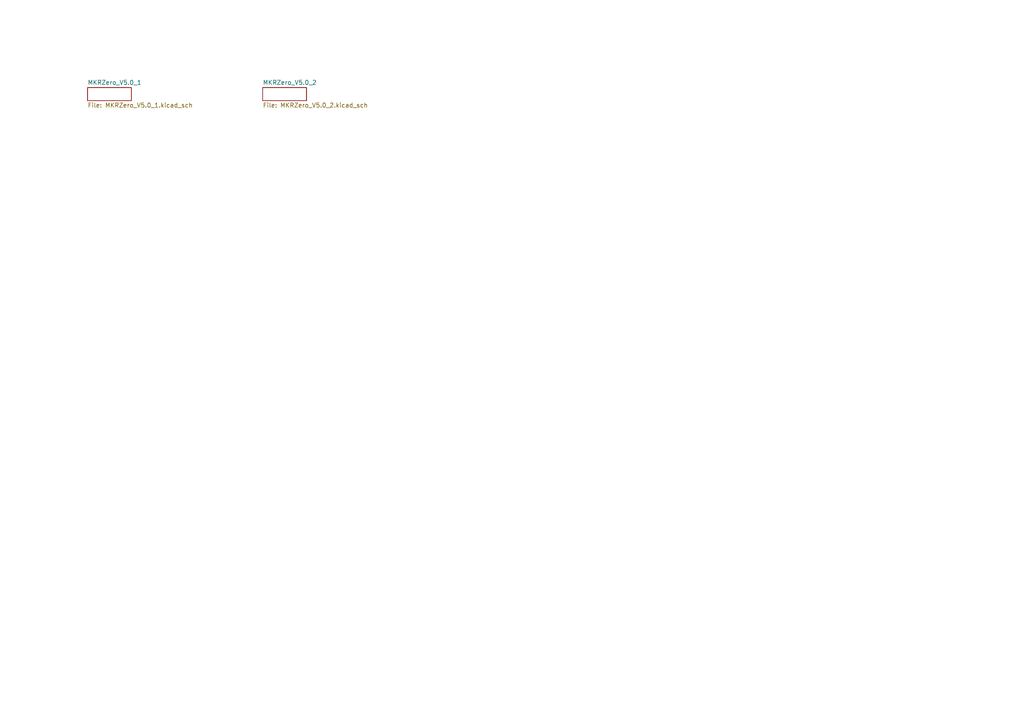
<source format=kicad_sch>
(kicad_sch
	(version 20231120)
	(generator "eeschema")
	(generator_version "8.0")
	(uuid "d69da2de-79eb-4848-90e3-5c89e1fd8e2f")
	(paper "A4")
	(lib_symbols)
	(sheet
		(at 25.4 25.4)
		(size 12.7 3.81)
		(fields_autoplaced yes)
		(stroke
			(width 0)
			(type solid)
		)
		(fill
			(color 0 0 0 0.0000)
		)
		(uuid "3d84a28e-aaeb-414e-812c-5c70bb4cb2ca")
		(property "Sheetname" "MKRZero_V5.0_1"
			(at 25.4 24.6884 0)
			(effects
				(font
					(size 1.27 1.27)
				)
				(justify left bottom)
			)
		)
		(property "Sheetfile" "MKRZero_V5.0_1.kicad_sch"
			(at 25.4 29.7946 0)
			(effects
				(font
					(size 1.27 1.27)
				)
				(justify left top)
			)
		)
		(instances
			(project "MKRZero_V5.0"
				(path "/d69da2de-79eb-4848-90e3-5c89e1fd8e2f"
					(page "1")
				)
			)
		)
	)
	(sheet
		(at 76.2 25.4)
		(size 12.7 3.81)
		(fields_autoplaced yes)
		(stroke
			(width 0)
			(type solid)
		)
		(fill
			(color 0 0 0 0.0000)
		)
		(uuid "7c5f68fa-43eb-4de6-9f4e-956410e264a2")
		(property "Sheetname" "MKRZero_V5.0_2"
			(at 76.2 24.6884 0)
			(effects
				(font
					(size 1.27 1.27)
				)
				(justify left bottom)
			)
		)
		(property "Sheetfile" "MKRZero_V5.0_2.kicad_sch"
			(at 76.2 29.7946 0)
			(effects
				(font
					(size 1.27 1.27)
				)
				(justify left top)
			)
		)
		(instances
			(project "MKRZero_V5.0"
				(path "/d69da2de-79eb-4848-90e3-5c89e1fd8e2f"
					(page "2")
				)
			)
		)
	)
	(sheet_instances
		(path "/"
			(page "1")
		)
	)
)

</source>
